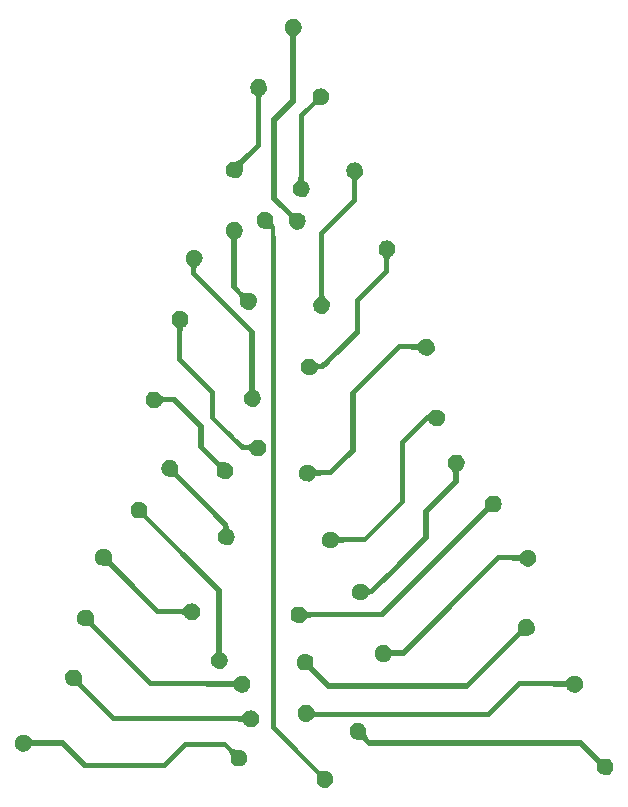
<source format=gbr>
%TF.GenerationSoftware,KiCad,Pcbnew,(6.0.7)*%
%TF.CreationDate,2022-10-20T10:19:37-04:00*%
%TF.ProjectId,SpiritBall,53706972-6974-4426-916c-6c2e6b696361,rev?*%
%TF.SameCoordinates,Original*%
%TF.FileFunction,Legend,Bot*%
%TF.FilePolarity,Positive*%
%FSLAX46Y46*%
G04 Gerber Fmt 4.6, Leading zero omitted, Abs format (unit mm)*
G04 Created by KiCad (PCBNEW (6.0.7)) date 2022-10-20 10:19:37*
%MOMM*%
%LPD*%
G01*
G04 APERTURE LIST*
%ADD10C,0.990600*%
%ADD11C,2.374900*%
%ADD12R,1.000000X1.000000*%
%ADD13O,1.000000X1.000000*%
G04 APERTURE END LIST*
%TO.C,G\u002A\u002A\u002A*%
G36*
X92447342Y-104025129D02*
G01*
X92610442Y-104079391D01*
X92757018Y-104198389D01*
X92785602Y-104227708D01*
X92884718Y-104360148D01*
X92930911Y-104515650D01*
X92942605Y-104748864D01*
X92943344Y-105114485D01*
X96092605Y-108264270D01*
X99241867Y-111414054D01*
X99241867Y-114097127D01*
X99242212Y-114595954D01*
X99244056Y-115195872D01*
X99247807Y-115680847D01*
X99253821Y-116061651D01*
X99262452Y-116349059D01*
X99274055Y-116553844D01*
X99288985Y-116686780D01*
X99307597Y-116758641D01*
X99330246Y-116780200D01*
X99339493Y-116780995D01*
X99448205Y-116836374D01*
X99580246Y-116952238D01*
X99714891Y-117177903D01*
X99754772Y-117449987D01*
X99700718Y-117723170D01*
X99560494Y-117959391D01*
X99341867Y-118120588D01*
X99255112Y-118148230D01*
X98994964Y-118156896D01*
X98727869Y-118086729D01*
X98515028Y-117950331D01*
X98415357Y-117829532D01*
X98356987Y-117671548D01*
X98341867Y-117439883D01*
X98342360Y-117377420D01*
X98361170Y-117182486D01*
X98425133Y-117046182D01*
X98558533Y-116909005D01*
X98775200Y-116715413D01*
X98775200Y-111546323D01*
X95709001Y-108480667D01*
X92642801Y-105415011D01*
X92277189Y-105414272D01*
X92220303Y-105413786D01*
X92007503Y-105396511D01*
X91861193Y-105340953D01*
X91726722Y-105228685D01*
X91618216Y-105099465D01*
X91557304Y-104941597D01*
X91541867Y-104713534D01*
X91553461Y-104508071D01*
X91607721Y-104344962D01*
X91726715Y-104198382D01*
X91855927Y-104089887D01*
X92013800Y-104028972D01*
X92241867Y-104013534D01*
X92447342Y-104025129D01*
G37*
G36*
X97113996Y-82691794D02*
G01*
X97277105Y-82746054D01*
X97423685Y-82865049D01*
X97565932Y-83088194D01*
X97620512Y-83364689D01*
X97581199Y-83642540D01*
X97446913Y-83874829D01*
X97430961Y-83891375D01*
X97298846Y-84001722D01*
X97196913Y-84046867D01*
X97184900Y-84048220D01*
X97127436Y-84127218D01*
X97108533Y-84330538D01*
X97108533Y-84614209D01*
X102041867Y-89546191D01*
X102041867Y-92063196D01*
X102041994Y-92356361D01*
X102043460Y-92968212D01*
X102046880Y-93462475D01*
X102052643Y-93850247D01*
X102061139Y-94142626D01*
X102072757Y-94350713D01*
X102087888Y-94485605D01*
X102106921Y-94558401D01*
X102130246Y-94580200D01*
X102139493Y-94580995D01*
X102248205Y-94636374D01*
X102380246Y-94752238D01*
X102514891Y-94977903D01*
X102554772Y-95249987D01*
X102500718Y-95523170D01*
X102360494Y-95759391D01*
X102141867Y-95920588D01*
X102055112Y-95948230D01*
X101794964Y-95956896D01*
X101527869Y-95886729D01*
X101315028Y-95750331D01*
X101215357Y-95629532D01*
X101156987Y-95471548D01*
X101141867Y-95239883D01*
X101142360Y-95177420D01*
X101161170Y-94982486D01*
X101225133Y-94846182D01*
X101358533Y-94709005D01*
X101575200Y-94515413D01*
X101575200Y-89679524D01*
X99108533Y-87213534D01*
X96641867Y-84747543D01*
X96641867Y-84429598D01*
X96641841Y-84415996D01*
X96626109Y-84206403D01*
X96562906Y-84061698D01*
X96425200Y-83918062D01*
X96385359Y-83881696D01*
X96270933Y-83750175D01*
X96220086Y-83605171D01*
X96208533Y-83387184D01*
X96221334Y-83167894D01*
X96275904Y-83008806D01*
X96393382Y-82865049D01*
X96522594Y-82756553D01*
X96680466Y-82695638D01*
X96908534Y-82680200D01*
X97113996Y-82691794D01*
G37*
G36*
X89447114Y-108025097D02*
G01*
X89610305Y-108079302D01*
X89756830Y-108198193D01*
X89864035Y-108326044D01*
X89927342Y-108486937D01*
X89946365Y-108719132D01*
X89951240Y-109055410D01*
X91946137Y-111051138D01*
X93941033Y-113046867D01*
X95977080Y-113046867D01*
X96170671Y-112830200D01*
X96207038Y-112790359D01*
X96338559Y-112675933D01*
X96483562Y-112625086D01*
X96701550Y-112613534D01*
X96920840Y-112626334D01*
X97079928Y-112680904D01*
X97223685Y-112798382D01*
X97328167Y-112921535D01*
X97392201Y-113080414D01*
X97408533Y-113308049D01*
X97375323Y-113574875D01*
X97243293Y-113822426D01*
X97008533Y-113987255D01*
X96937707Y-114010907D01*
X96713786Y-114025008D01*
X96475274Y-113976422D01*
X96259138Y-113879887D01*
X96102346Y-113750138D01*
X96041867Y-113601913D01*
X96035986Y-113584559D01*
X95980903Y-113555775D01*
X95855024Y-113535487D01*
X95642727Y-113522487D01*
X95328391Y-113515571D01*
X94896393Y-113513534D01*
X93750920Y-113513534D01*
X91694710Y-111464277D01*
X89638501Y-109415020D01*
X89275039Y-109414277D01*
X89223418Y-109413863D01*
X89009086Y-109396849D01*
X88861854Y-109341328D01*
X88726722Y-109228685D01*
X88618216Y-109099465D01*
X88557304Y-108941597D01*
X88541867Y-108713534D01*
X88553461Y-108508071D01*
X88607721Y-108344962D01*
X88726715Y-108198382D01*
X88855927Y-108089887D01*
X89013800Y-108028972D01*
X89241867Y-108013534D01*
X89447114Y-108025097D01*
G37*
G36*
X110713996Y-75291794D02*
G01*
X110877105Y-75346054D01*
X111023685Y-75465049D01*
X111165932Y-75688194D01*
X111220512Y-75964689D01*
X111181199Y-76242540D01*
X111046913Y-76474829D01*
X111030961Y-76491375D01*
X110898846Y-76601722D01*
X110796913Y-76646867D01*
X110762908Y-76670975D01*
X110736786Y-76761280D01*
X110720053Y-76934642D01*
X110711154Y-77207793D01*
X110708533Y-77597462D01*
X110708533Y-78548057D01*
X109308533Y-79946867D01*
X107908533Y-81345676D01*
X107908533Y-84029605D01*
X107908880Y-84529481D01*
X107910726Y-85129341D01*
X107914479Y-85614270D01*
X107920493Y-85995040D01*
X107929125Y-86282423D01*
X107940728Y-86487192D01*
X107955657Y-86620119D01*
X107974267Y-86691975D01*
X107996913Y-86713534D01*
X108006159Y-86714329D01*
X108114872Y-86769707D01*
X108246913Y-86885571D01*
X108381557Y-87111236D01*
X108421438Y-87383321D01*
X108367384Y-87656503D01*
X108227161Y-87892724D01*
X108008533Y-88053921D01*
X107921778Y-88081563D01*
X107661631Y-88090229D01*
X107394536Y-88020062D01*
X107181695Y-87883664D01*
X107082024Y-87762866D01*
X107023654Y-87604882D01*
X107008533Y-87373216D01*
X107009027Y-87310754D01*
X107027837Y-87115820D01*
X107091800Y-86979515D01*
X107225200Y-86842338D01*
X107441867Y-86648746D01*
X107441867Y-81212343D01*
X108841867Y-79813534D01*
X110241867Y-78414724D01*
X110241867Y-76711654D01*
X110025200Y-76518062D01*
X109985359Y-76481696D01*
X109870933Y-76350175D01*
X109820086Y-76205171D01*
X109808533Y-75987184D01*
X109821334Y-75767894D01*
X109875904Y-75608806D01*
X109993382Y-75465049D01*
X110122594Y-75356553D01*
X110280466Y-75295638D01*
X110508533Y-75280200D01*
X110713996Y-75291794D01*
G37*
G36*
X119313996Y-100025127D02*
G01*
X119477105Y-100079388D01*
X119623685Y-100198382D01*
X119765932Y-100421527D01*
X119820512Y-100698023D01*
X119781199Y-100975873D01*
X119646913Y-101208163D01*
X119630961Y-101224708D01*
X119498846Y-101335055D01*
X119396913Y-101380200D01*
X119384589Y-101381861D01*
X119340059Y-101439347D01*
X119315846Y-101592432D01*
X119308533Y-101859641D01*
X119308533Y-102339081D01*
X118041867Y-103611820D01*
X116775200Y-104884559D01*
X116775200Y-107079515D01*
X114392214Y-109463191D01*
X113857741Y-109996856D01*
X113390388Y-110460973D01*
X113001289Y-110843860D01*
X112682786Y-111152626D01*
X112427223Y-111394381D01*
X112226945Y-111576237D01*
X112074294Y-111705303D01*
X111961615Y-111788690D01*
X111881251Y-111833508D01*
X111825547Y-111846867D01*
X111700496Y-111868238D01*
X111641867Y-111935246D01*
X111625608Y-111989568D01*
X111530916Y-112117704D01*
X111388687Y-112247702D01*
X111241867Y-112336483D01*
X111144123Y-112361197D01*
X110898623Y-112353380D01*
X110645992Y-112278232D01*
X110448361Y-112150331D01*
X110353476Y-112036956D01*
X110291402Y-111877963D01*
X110275200Y-111646867D01*
X110286794Y-111441405D01*
X110341054Y-111278296D01*
X110460049Y-111131715D01*
X110596571Y-111018550D01*
X110753423Y-110961269D01*
X110982184Y-110946867D01*
X111044647Y-110947360D01*
X111239581Y-110966170D01*
X111375885Y-111030133D01*
X111513062Y-111163534D01*
X111564457Y-111218027D01*
X111697631Y-111333994D01*
X111790559Y-111380200D01*
X111848173Y-111338745D01*
X111991288Y-111211547D01*
X112209546Y-111007750D01*
X112493334Y-110736616D01*
X112833037Y-110407404D01*
X113219042Y-110029375D01*
X113641734Y-109611789D01*
X114091499Y-109163907D01*
X116308533Y-106947613D01*
X116308533Y-104687986D01*
X118841867Y-102142508D01*
X118841867Y-101793748D01*
X118840908Y-101704792D01*
X118820591Y-101517280D01*
X118756313Y-101385234D01*
X118625200Y-101251396D01*
X118585359Y-101215029D01*
X118470933Y-101083508D01*
X118420086Y-100938505D01*
X118408533Y-100720517D01*
X118421334Y-100501227D01*
X118475904Y-100342139D01*
X118593382Y-100198382D01*
X118722594Y-100089887D01*
X118880466Y-100028972D01*
X119108533Y-100013534D01*
X119313996Y-100025127D01*
G37*
G36*
X82511313Y-123747360D02*
G01*
X82706247Y-123766170D01*
X82842552Y-123830133D01*
X82979729Y-123963534D01*
X83173321Y-124180200D01*
X85789610Y-124180200D01*
X86788758Y-125146867D01*
X87787905Y-126113534D01*
X94269302Y-126113534D01*
X96085882Y-124313534D01*
X99604341Y-124313534D01*
X99957991Y-124662790D01*
X100056951Y-124759634D01*
X100215294Y-124900779D01*
X100343118Y-124976355D01*
X100482429Y-125006859D01*
X100675232Y-125012790D01*
X100727172Y-125013208D01*
X100941411Y-125030239D01*
X101088587Y-125085762D01*
X101223678Y-125198382D01*
X101332184Y-125327602D01*
X101393097Y-125485470D01*
X101408533Y-125713534D01*
X101396940Y-125918996D01*
X101342679Y-126082105D01*
X101223685Y-126228685D01*
X101094473Y-126337180D01*
X100936601Y-126398095D01*
X100708533Y-126413534D01*
X100503059Y-126401938D01*
X100339958Y-126347676D01*
X100193382Y-126228678D01*
X100168183Y-126202916D01*
X100067015Y-126069412D01*
X100019779Y-125913858D01*
X100007789Y-125681128D01*
X100004562Y-125533131D01*
X99976288Y-125360712D01*
X99897812Y-125219319D01*
X99744259Y-125049316D01*
X99481474Y-124780200D01*
X96281098Y-124780200D01*
X94464518Y-126580200D01*
X87618538Y-126580200D01*
X86644098Y-125613534D01*
X85669658Y-124646867D01*
X84389096Y-124646867D01*
X83995277Y-124648087D01*
X83636196Y-124653308D01*
X83382926Y-124663603D01*
X83220522Y-124680004D01*
X83134040Y-124703541D01*
X83108533Y-124735246D01*
X83107738Y-124744493D01*
X83052360Y-124853205D01*
X82936496Y-124985246D01*
X82711230Y-125117178D01*
X82433989Y-125159021D01*
X82156845Y-125106941D01*
X81926715Y-124962018D01*
X81818220Y-124832807D01*
X81757305Y-124674934D01*
X81741867Y-124446867D01*
X81753461Y-124241405D01*
X81807721Y-124078296D01*
X81926715Y-123931715D01*
X82063238Y-123818550D01*
X82220090Y-123761269D01*
X82448851Y-123746867D01*
X82511313Y-123747360D01*
G37*
G36*
X125387507Y-108093001D02*
G01*
X125546594Y-108147570D01*
X125690352Y-108265049D01*
X125798847Y-108394260D01*
X125859762Y-108552133D01*
X125875200Y-108780200D01*
X125863606Y-108985662D01*
X125809346Y-109148771D01*
X125690352Y-109295352D01*
X125467207Y-109437599D01*
X125190711Y-109492179D01*
X124912861Y-109452865D01*
X124680571Y-109318579D01*
X124664026Y-109302627D01*
X124553679Y-109170513D01*
X124508533Y-109068579D01*
X124494214Y-109040604D01*
X124417414Y-109011594D01*
X124258875Y-108993004D01*
X124001431Y-108983114D01*
X123627922Y-108980200D01*
X122747310Y-108980200D01*
X118705798Y-113013534D01*
X114664287Y-117046867D01*
X114119743Y-117046867D01*
X113961682Y-117048279D01*
X113734426Y-117060790D01*
X113611870Y-117088761D01*
X113575200Y-117135246D01*
X113558941Y-117189568D01*
X113464250Y-117317704D01*
X113322021Y-117447702D01*
X113175200Y-117536483D01*
X113077456Y-117561197D01*
X112831956Y-117553380D01*
X112579325Y-117478232D01*
X112381695Y-117350331D01*
X112286809Y-117236956D01*
X112224736Y-117077963D01*
X112208533Y-116846867D01*
X112220127Y-116641405D01*
X112274388Y-116478296D01*
X112393382Y-116331715D01*
X112529905Y-116218550D01*
X112686756Y-116161269D01*
X112915517Y-116146867D01*
X112977980Y-116147360D01*
X113172914Y-116166170D01*
X113309219Y-116230133D01*
X113446396Y-116363534D01*
X113555289Y-116475334D01*
X113667931Y-116544887D01*
X113818599Y-116574195D01*
X114054872Y-116580200D01*
X114469757Y-116580200D01*
X118511269Y-112546867D01*
X122552780Y-108513534D01*
X124443746Y-108513534D01*
X124637338Y-108296867D01*
X124673705Y-108257025D01*
X124805226Y-108142600D01*
X124950229Y-108091753D01*
X125168216Y-108080200D01*
X125387507Y-108093001D01*
G37*
G36*
X86914008Y-118225129D02*
G01*
X87077109Y-118279391D01*
X87223685Y-118398389D01*
X87251891Y-118427310D01*
X87351236Y-118559868D01*
X87397546Y-118715375D01*
X87409273Y-118948533D01*
X87410012Y-119313822D01*
X88808678Y-120713678D01*
X90207343Y-122113534D01*
X100977080Y-122113534D01*
X101170671Y-121896867D01*
X101207038Y-121857025D01*
X101338559Y-121742600D01*
X101483562Y-121691753D01*
X101701550Y-121680200D01*
X101920840Y-121693001D01*
X102079928Y-121747570D01*
X102223685Y-121865049D01*
X102328167Y-121988202D01*
X102392201Y-122147081D01*
X102408533Y-122374716D01*
X102375323Y-122641542D01*
X102243293Y-122889093D01*
X102008533Y-123053921D01*
X101937707Y-123077574D01*
X101713786Y-123091675D01*
X101475274Y-123043089D01*
X101259138Y-122946553D01*
X101102346Y-122816805D01*
X101041867Y-122668579D01*
X101034694Y-122658397D01*
X100988783Y-122643418D01*
X100893784Y-122630389D01*
X100742039Y-122619186D01*
X100525888Y-122609687D01*
X100237674Y-122601768D01*
X99869738Y-122595305D01*
X99414421Y-122590175D01*
X98864065Y-122586255D01*
X98211011Y-122583421D01*
X97447601Y-122581549D01*
X96566176Y-122580517D01*
X95559077Y-122580200D01*
X90076288Y-122580200D01*
X88592594Y-121097606D01*
X87108901Y-119615012D01*
X86743572Y-119614273D01*
X86687376Y-119613797D01*
X86474377Y-119596556D01*
X86327946Y-119541002D01*
X86193389Y-119428685D01*
X86084883Y-119299465D01*
X86023970Y-119141597D01*
X86008533Y-118913534D01*
X86020127Y-118708071D01*
X86074388Y-118544962D01*
X86193382Y-118398382D01*
X86322594Y-118289887D01*
X86480466Y-118228972D01*
X86708533Y-118213534D01*
X86914008Y-118225129D01*
G37*
G36*
X103114008Y-79491795D02*
G01*
X103277109Y-79546058D01*
X103423685Y-79665055D01*
X103457386Y-79699800D01*
X103553396Y-79830666D01*
X103598013Y-79986144D01*
X103609262Y-80220152D01*
X103617878Y-80427750D01*
X103653847Y-80577726D01*
X103725929Y-80655277D01*
X103727722Y-80656384D01*
X103738538Y-80668799D01*
X103748651Y-80693761D01*
X103758084Y-80735585D01*
X103766860Y-80798584D01*
X103775003Y-80887072D01*
X103782537Y-81005363D01*
X103789486Y-81157770D01*
X103795872Y-81348608D01*
X103801719Y-81582190D01*
X103807052Y-81862829D01*
X103811893Y-82194841D01*
X103816266Y-82582537D01*
X103820195Y-83030233D01*
X103823703Y-83542242D01*
X103826814Y-84122878D01*
X103829552Y-84776454D01*
X103831939Y-85507284D01*
X103834000Y-86319683D01*
X103835758Y-87217963D01*
X103837237Y-88206439D01*
X103838460Y-89289424D01*
X103839451Y-90471233D01*
X103840234Y-91756178D01*
X103840831Y-93148574D01*
X103841267Y-94652735D01*
X103841565Y-96272974D01*
X103841748Y-98013604D01*
X103841841Y-99878941D01*
X103841867Y-101873297D01*
X103841867Y-123026435D01*
X105701971Y-124923635D01*
X107562074Y-126820836D01*
X107933659Y-126817185D01*
X108018019Y-126817143D01*
X108219873Y-126833388D01*
X108359460Y-126888001D01*
X108490222Y-126998382D01*
X108594912Y-127121714D01*
X108658889Y-127280497D01*
X108675200Y-127508049D01*
X108641989Y-127774875D01*
X108509960Y-128022426D01*
X108275200Y-128187255D01*
X108188527Y-128214884D01*
X107928336Y-128223586D01*
X107661219Y-128153378D01*
X107448361Y-128016868D01*
X107411270Y-127978175D01*
X107325445Y-127854203D01*
X107286551Y-127699618D01*
X107279012Y-127463529D01*
X107282824Y-127083479D01*
X105362449Y-125141929D01*
X103442075Y-123200378D01*
X103408533Y-80880200D01*
X102993451Y-80880200D01*
X102827930Y-80877559D01*
X102644160Y-80855991D01*
X102515292Y-80800172D01*
X102393451Y-80695352D01*
X102284848Y-80566050D01*
X102223961Y-80408226D01*
X102208533Y-80180200D01*
X102220127Y-79974738D01*
X102274388Y-79811629D01*
X102393382Y-79665049D01*
X102522594Y-79556553D01*
X102680466Y-79495638D01*
X102908534Y-79480200D01*
X103114008Y-79491795D01*
G37*
G36*
X113447329Y-81891794D02*
G01*
X113610438Y-81946054D01*
X113757018Y-82065049D01*
X113899265Y-82288194D01*
X113953845Y-82564689D01*
X113914532Y-82842540D01*
X113780246Y-83074829D01*
X113764294Y-83091375D01*
X113632179Y-83201722D01*
X113530246Y-83246867D01*
X113490101Y-83274938D01*
X113461625Y-83380290D01*
X113446387Y-83581645D01*
X113441867Y-83897543D01*
X113441867Y-84548218D01*
X112208533Y-85780200D01*
X110975200Y-87012182D01*
X110975200Y-89679158D01*
X109425732Y-91229679D01*
X109062731Y-91592699D01*
X108710499Y-91943326D01*
X108431709Y-92217102D01*
X108215121Y-92423532D01*
X108049495Y-92572123D01*
X107923592Y-92672380D01*
X107826170Y-92733811D01*
X107745991Y-92765920D01*
X107671814Y-92778214D01*
X107592399Y-92780200D01*
X107553520Y-92780628D01*
X107369163Y-92805256D01*
X107308533Y-92868579D01*
X107292275Y-92922901D01*
X107197583Y-93051037D01*
X107055354Y-93181035D01*
X106908533Y-93269817D01*
X106810789Y-93294530D01*
X106565290Y-93286713D01*
X106312659Y-93211566D01*
X106115028Y-93083664D01*
X106020143Y-92970289D01*
X105958069Y-92811296D01*
X105941867Y-92580200D01*
X105953461Y-92374738D01*
X106007721Y-92211629D01*
X106126715Y-92065049D01*
X106263238Y-91951883D01*
X106420090Y-91894602D01*
X106648851Y-91880200D01*
X106711313Y-91880694D01*
X106906247Y-91899504D01*
X107042552Y-91963467D01*
X107179729Y-92096867D01*
X107260499Y-92184170D01*
X107355267Y-92266714D01*
X107451091Y-92310015D01*
X107559555Y-92307125D01*
X107692246Y-92251099D01*
X107860750Y-92134990D01*
X108076654Y-91951852D01*
X108351542Y-91694738D01*
X108697002Y-91356701D01*
X109124619Y-90930795D01*
X110508533Y-89548057D01*
X110508533Y-86878849D01*
X111741867Y-85646867D01*
X112975200Y-84414885D01*
X112975200Y-83863270D01*
X112973683Y-83626903D01*
X112961908Y-83437220D01*
X112929220Y-83313591D01*
X112864977Y-83219408D01*
X112758533Y-83118062D01*
X112718692Y-83081696D01*
X112604266Y-82950175D01*
X112553419Y-82805171D01*
X112541867Y-82587184D01*
X112554668Y-82367894D01*
X112609237Y-82208806D01*
X112726715Y-82065049D01*
X112855927Y-81956553D01*
X113013800Y-81895638D01*
X113241867Y-81880200D01*
X113447329Y-81891794D01*
G37*
G36*
X125247329Y-113958461D02*
G01*
X125410438Y-114012721D01*
X125557018Y-114131715D01*
X125665514Y-114260927D01*
X125726429Y-114418800D01*
X125741867Y-114646867D01*
X125730199Y-114852900D01*
X125675847Y-115015626D01*
X125556724Y-115162018D01*
X125489717Y-115224960D01*
X125368444Y-115302648D01*
X125215416Y-115335714D01*
X124980187Y-115339706D01*
X124588794Y-115332544D01*
X122332365Y-117589706D01*
X120075936Y-119846867D01*
X108210536Y-119846867D01*
X106649156Y-118289555D01*
X106313505Y-118284689D01*
X106108609Y-118270490D01*
X105941174Y-118214506D01*
X105793193Y-118095163D01*
X105684913Y-117966198D01*
X105623982Y-117808311D01*
X105608533Y-117580200D01*
X105620127Y-117374738D01*
X105674388Y-117211629D01*
X105793382Y-117065049D01*
X105922594Y-116956553D01*
X106080466Y-116895638D01*
X106308533Y-116880200D01*
X106514008Y-116891795D01*
X106677109Y-116946058D01*
X106823685Y-117065055D01*
X106851208Y-117093257D01*
X106950968Y-117226029D01*
X106997487Y-117381545D01*
X107009274Y-117614603D01*
X107010015Y-117979296D01*
X108406151Y-119380200D01*
X119942624Y-119380200D01*
X122137559Y-117184510D01*
X124332493Y-114988819D01*
X124337368Y-114652503D01*
X124351702Y-114446247D01*
X124407712Y-114279223D01*
X124526904Y-114131527D01*
X124655869Y-114023246D01*
X124813756Y-113962316D01*
X125041867Y-113946867D01*
X125247329Y-113958461D01*
G37*
G36*
X116787507Y-90226334D02*
G01*
X116946594Y-90280904D01*
X117090352Y-90398382D01*
X117198847Y-90527594D01*
X117259762Y-90685466D01*
X117275200Y-90913534D01*
X117263606Y-91118996D01*
X117209346Y-91282105D01*
X117090352Y-91428685D01*
X116867207Y-91570932D01*
X116590711Y-91625512D01*
X116312861Y-91586199D01*
X116080571Y-91451913D01*
X116064026Y-91435961D01*
X115953679Y-91303846D01*
X115908533Y-91201913D01*
X115904018Y-91184565D01*
X115846778Y-91150482D01*
X115709671Y-91128619D01*
X115474924Y-91116971D01*
X115124762Y-91113534D01*
X114340990Y-91113534D01*
X110575200Y-94881062D01*
X110575200Y-99752456D01*
X109553685Y-100766328D01*
X108532169Y-101780200D01*
X107853685Y-101780200D01*
X107843830Y-101780203D01*
X107523707Y-101784676D01*
X107317827Y-101799299D01*
X107207790Y-101826468D01*
X107175200Y-101868579D01*
X107158941Y-101922901D01*
X107064250Y-102051037D01*
X106922021Y-102181035D01*
X106775200Y-102269817D01*
X106677456Y-102294530D01*
X106431956Y-102286713D01*
X106179325Y-102211566D01*
X105981695Y-102083664D01*
X105886809Y-101970289D01*
X105824736Y-101811296D01*
X105808533Y-101580200D01*
X105820127Y-101374738D01*
X105874388Y-101211629D01*
X105993382Y-101065049D01*
X106129905Y-100951883D01*
X106286756Y-100894602D01*
X106515517Y-100880200D01*
X106577980Y-100880694D01*
X106772914Y-100899504D01*
X106909219Y-100963467D01*
X107046396Y-101096867D01*
X107131973Y-101188423D01*
X107224939Y-101259197D01*
X107341140Y-101296512D01*
X107517272Y-101311060D01*
X107790033Y-101313534D01*
X108340079Y-101313534D01*
X109224306Y-100431126D01*
X110108533Y-99548719D01*
X110108533Y-94747661D01*
X114207727Y-90646867D01*
X115843746Y-90646867D01*
X116037338Y-90430200D01*
X116073705Y-90390359D01*
X116205226Y-90275933D01*
X116350229Y-90225086D01*
X116568216Y-90213534D01*
X116787507Y-90226334D01*
G37*
G36*
X87914008Y-113158462D02*
G01*
X88077109Y-113212725D01*
X88223685Y-113331722D01*
X88252184Y-113360952D01*
X88351352Y-113493419D01*
X88397571Y-113648922D01*
X88409272Y-113882123D01*
X88410011Y-114247669D01*
X90875601Y-116713935D01*
X93341191Y-119180200D01*
X100243746Y-119180200D01*
X100437338Y-118963534D01*
X100473705Y-118923692D01*
X100605226Y-118809266D01*
X100750229Y-118758419D01*
X100968216Y-118746867D01*
X101187507Y-118759668D01*
X101346594Y-118814237D01*
X101490352Y-118931715D01*
X101594833Y-119054868D01*
X101658867Y-119213748D01*
X101675200Y-119441383D01*
X101641989Y-119708208D01*
X101509960Y-119955760D01*
X101275200Y-120120588D01*
X101204374Y-120144241D01*
X100980453Y-120158341D01*
X100741941Y-120109756D01*
X100525804Y-120013220D01*
X100369013Y-119883471D01*
X100308533Y-119735246D01*
X100308416Y-119733572D01*
X100284367Y-119713924D01*
X100211960Y-119697343D01*
X100081753Y-119683593D01*
X99884306Y-119672439D01*
X99610177Y-119663646D01*
X99249924Y-119656979D01*
X98794107Y-119652202D01*
X98233284Y-119649081D01*
X97558013Y-119647381D01*
X96758854Y-119646867D01*
X93209175Y-119646867D01*
X90659268Y-117097606D01*
X88109362Y-114548344D01*
X87743803Y-114547606D01*
X87687045Y-114547122D01*
X87474208Y-114529853D01*
X87327876Y-114474295D01*
X87193389Y-114362018D01*
X87084883Y-114232798D01*
X87023970Y-114074930D01*
X87008533Y-113846867D01*
X87020127Y-113641405D01*
X87074388Y-113478296D01*
X87193382Y-113331715D01*
X87322594Y-113223220D01*
X87480466Y-113162305D01*
X87708533Y-113146867D01*
X87914008Y-113158462D01*
G37*
G36*
X95047342Y-100491795D02*
G01*
X95210442Y-100546058D01*
X95357018Y-100665055D01*
X95385465Y-100694229D01*
X95484664Y-100826712D01*
X95530899Y-100982216D01*
X95542606Y-101215410D01*
X95543345Y-101580909D01*
X97692606Y-103730933D01*
X97933548Y-103972092D01*
X98403646Y-104443864D01*
X98790448Y-104834640D01*
X99101916Y-105153189D01*
X99346015Y-105408280D01*
X99530710Y-105608682D01*
X99663964Y-105763162D01*
X99753743Y-105880490D01*
X99808010Y-105969435D01*
X99834730Y-106038763D01*
X99841867Y-106097246D01*
X99864072Y-106252887D01*
X99930246Y-106313534D01*
X99939493Y-106314329D01*
X100048205Y-106369707D01*
X100180246Y-106485571D01*
X100314891Y-106711236D01*
X100354772Y-106983321D01*
X100300718Y-107256503D01*
X100160494Y-107492724D01*
X99941867Y-107653921D01*
X99855112Y-107681563D01*
X99594964Y-107690229D01*
X99327869Y-107620062D01*
X99115028Y-107483664D01*
X99015357Y-107362866D01*
X98956987Y-107204882D01*
X98941867Y-106973216D01*
X98942360Y-106910754D01*
X98961170Y-106715820D01*
X99025133Y-106579515D01*
X99158533Y-106442338D01*
X99210638Y-106392311D01*
X99328250Y-106245833D01*
X99375200Y-106130737D01*
X99359093Y-106099578D01*
X99261546Y-105977904D01*
X99083571Y-105778111D01*
X98834355Y-105509909D01*
X98523089Y-105183007D01*
X98158960Y-104807115D01*
X97751157Y-104391944D01*
X97308869Y-103947203D01*
X95242539Y-101881678D01*
X94877058Y-101880939D01*
X94820491Y-101880458D01*
X94607599Y-101863198D01*
X94461233Y-101807642D01*
X94326722Y-101695352D01*
X94218216Y-101566131D01*
X94157304Y-101408264D01*
X94141867Y-101180200D01*
X94153461Y-100974738D01*
X94207721Y-100811629D01*
X94326715Y-100665049D01*
X94455927Y-100556553D01*
X94613800Y-100495638D01*
X94841867Y-100480200D01*
X95047342Y-100491795D01*
G37*
G36*
X105513996Y-63158461D02*
G01*
X105677105Y-63212721D01*
X105823685Y-63331715D01*
X105965932Y-63554860D01*
X106020512Y-63831356D01*
X105981199Y-64109206D01*
X105846913Y-64341496D01*
X105830961Y-64358041D01*
X105698846Y-64468388D01*
X105596913Y-64513534D01*
X105576123Y-64532058D01*
X105557585Y-64599583D01*
X105542589Y-64726727D01*
X105530807Y-64924018D01*
X105521908Y-65201987D01*
X105515561Y-65571164D01*
X105511437Y-66042079D01*
X105509204Y-66625262D01*
X105508533Y-67331242D01*
X105508533Y-70148951D01*
X103908533Y-71744783D01*
X103908533Y-78216035D01*
X105242891Y-79545385D01*
X105607524Y-79546126D01*
X105662020Y-79546578D01*
X105875514Y-79563736D01*
X106022241Y-79619277D01*
X106157012Y-79731715D01*
X106261504Y-79854877D01*
X106325535Y-80013752D01*
X106341867Y-80241383D01*
X106308656Y-80508208D01*
X106176627Y-80755760D01*
X105941867Y-80920588D01*
X105855116Y-80948229D01*
X105594966Y-80956897D01*
X105327870Y-80886728D01*
X105115028Y-80750325D01*
X105100512Y-80735581D01*
X105000899Y-80604669D01*
X104953501Y-80447990D01*
X104941126Y-80212360D01*
X104940386Y-79847563D01*
X104191126Y-79096172D01*
X103441867Y-78344781D01*
X103441867Y-71544783D01*
X105041867Y-69948951D01*
X105041867Y-64578321D01*
X104825200Y-64384729D01*
X104785359Y-64348362D01*
X104670933Y-64216841D01*
X104620086Y-64071838D01*
X104608533Y-63853851D01*
X104621334Y-63634560D01*
X104675904Y-63475473D01*
X104793382Y-63331715D01*
X104922594Y-63223220D01*
X105080466Y-63162305D01*
X105308533Y-63146867D01*
X105513996Y-63158461D01*
G37*
G36*
X100513996Y-80358461D02*
G01*
X100677105Y-80412721D01*
X100823685Y-80531715D01*
X100965932Y-80754860D01*
X101020512Y-81031356D01*
X100981199Y-81309206D01*
X100846913Y-81541496D01*
X100830961Y-81558041D01*
X100698846Y-81668388D01*
X100596913Y-81713534D01*
X100583637Y-81718693D01*
X100560488Y-81766079D01*
X100542374Y-81873128D01*
X100528759Y-82052116D01*
X100519104Y-82315320D01*
X100512873Y-82675015D01*
X100509529Y-83143478D01*
X100508533Y-83732986D01*
X100508533Y-85752439D01*
X100810614Y-86048909D01*
X100983675Y-86210296D01*
X101120423Y-86300601D01*
X101267448Y-86338279D01*
X101475759Y-86346123D01*
X101526399Y-86346523D01*
X101741018Y-86363489D01*
X101888423Y-86419002D01*
X102023678Y-86531715D01*
X102128171Y-86654877D01*
X102192202Y-86813752D01*
X102208533Y-87041383D01*
X102175323Y-87308208D01*
X102043293Y-87555760D01*
X101808533Y-87720588D01*
X101721782Y-87748229D01*
X101461633Y-87756897D01*
X101194537Y-87686728D01*
X100981695Y-87550325D01*
X100968356Y-87536795D01*
X100868036Y-87405543D01*
X100820272Y-87248846D01*
X100807791Y-87013370D01*
X100805189Y-86866243D01*
X100784906Y-86722584D01*
X100727620Y-86599462D01*
X100613935Y-86458909D01*
X100424458Y-86262959D01*
X100041867Y-85876334D01*
X100041867Y-81778321D01*
X99825200Y-81584729D01*
X99785359Y-81548362D01*
X99670933Y-81416841D01*
X99620086Y-81271838D01*
X99608533Y-81053851D01*
X99621334Y-80834560D01*
X99675904Y-80675473D01*
X99793382Y-80531715D01*
X99922594Y-80423220D01*
X100080466Y-80362305D01*
X100308533Y-80346867D01*
X100513996Y-80358461D01*
G37*
G36*
X117654173Y-96226334D02*
G01*
X117813261Y-96280904D01*
X117957018Y-96398382D01*
X118065514Y-96527594D01*
X118126429Y-96685466D01*
X118141867Y-96913534D01*
X118130273Y-97118996D01*
X118076013Y-97282105D01*
X117957018Y-97428685D01*
X117733873Y-97570932D01*
X117457378Y-97625512D01*
X117179527Y-97586199D01*
X116947238Y-97451913D01*
X116930692Y-97435961D01*
X116820345Y-97303846D01*
X116775200Y-97201913D01*
X116771160Y-97166923D01*
X116726034Y-97113534D01*
X116721027Y-97115426D01*
X116643960Y-97177760D01*
X116490999Y-97317819D01*
X116277073Y-97521436D01*
X116017109Y-97774443D01*
X115726034Y-98062671D01*
X114775200Y-99011809D01*
X114775200Y-104081181D01*
X111407572Y-107446867D01*
X110258053Y-107446867D01*
X110027972Y-107447340D01*
X109655373Y-107451623D01*
X109392731Y-107461356D01*
X109224443Y-107477737D01*
X109134911Y-107501968D01*
X109108533Y-107535246D01*
X109092275Y-107589568D01*
X108997583Y-107717704D01*
X108855354Y-107847702D01*
X108708533Y-107936483D01*
X108610789Y-107961197D01*
X108365290Y-107953380D01*
X108112659Y-107878232D01*
X107915028Y-107750331D01*
X107820143Y-107636956D01*
X107758069Y-107477963D01*
X107741867Y-107246867D01*
X107753461Y-107041405D01*
X107807721Y-106878296D01*
X107926715Y-106731715D01*
X108063238Y-106618550D01*
X108220090Y-106561269D01*
X108448851Y-106546867D01*
X108511313Y-106547360D01*
X108706247Y-106566170D01*
X108842552Y-106630133D01*
X108979729Y-106763534D01*
X109173321Y-106980200D01*
X111274136Y-106980200D01*
X112791335Y-105464077D01*
X114308533Y-103947954D01*
X114308533Y-98881630D01*
X115424465Y-97764248D01*
X115627474Y-97562377D01*
X115929138Y-97267837D01*
X116193887Y-97015874D01*
X116407597Y-96819631D01*
X116556144Y-96692248D01*
X116625404Y-96646867D01*
X116652977Y-96639902D01*
X116766685Y-96563587D01*
X116904005Y-96430200D01*
X116940371Y-96390359D01*
X117071892Y-96275933D01*
X117216896Y-96225086D01*
X117434883Y-96213534D01*
X117654173Y-96226334D01*
G37*
G36*
X93577980Y-94680694D02*
G01*
X93772914Y-94699504D01*
X93909219Y-94763467D01*
X94046396Y-94896867D01*
X94133581Y-94990007D01*
X94226320Y-95059935D01*
X94342854Y-95096772D01*
X94519696Y-95111108D01*
X94793354Y-95113534D01*
X95346720Y-95113534D01*
X96527627Y-96301070D01*
X97708533Y-97488607D01*
X97708533Y-99282582D01*
X98408986Y-99980651D01*
X99109438Y-100678719D01*
X99474131Y-100679460D01*
X99528774Y-100679914D01*
X99742224Y-100697079D01*
X99888926Y-100752621D01*
X100023678Y-100865049D01*
X100128171Y-100988211D01*
X100192202Y-101147085D01*
X100208533Y-101374716D01*
X100175323Y-101641542D01*
X100043293Y-101889093D01*
X99808533Y-102053921D01*
X99721782Y-102081562D01*
X99461633Y-102090231D01*
X99194537Y-102020062D01*
X98981695Y-101883658D01*
X98967126Y-101868860D01*
X98867545Y-101737963D01*
X98820163Y-101581285D01*
X98807793Y-101345648D01*
X98807053Y-100980805D01*
X97241867Y-99411531D01*
X97241867Y-97681716D01*
X96192648Y-96630958D01*
X95143430Y-95580200D01*
X94659315Y-95580200D01*
X94585679Y-95580566D01*
X94345257Y-95591333D01*
X94214620Y-95619541D01*
X94175200Y-95668579D01*
X94174405Y-95677826D01*
X94119027Y-95786539D01*
X94003163Y-95918579D01*
X93777897Y-96050511D01*
X93500655Y-96092354D01*
X93223512Y-96040275D01*
X92993382Y-95895352D01*
X92884887Y-95766140D01*
X92823972Y-95608267D01*
X92808533Y-95380200D01*
X92820127Y-95174738D01*
X92874388Y-95011629D01*
X92993382Y-94865049D01*
X93129905Y-94751883D01*
X93286756Y-94694602D01*
X93515517Y-94680200D01*
X93577980Y-94680694D01*
G37*
G36*
X129320840Y-118759668D02*
G01*
X129479928Y-118814237D01*
X129623685Y-118931715D01*
X129732180Y-119060927D01*
X129793095Y-119218800D01*
X129808533Y-119446867D01*
X129796940Y-119652329D01*
X129742679Y-119815438D01*
X129623685Y-119962018D01*
X129400540Y-120104265D01*
X129124044Y-120158845D01*
X128846194Y-120119532D01*
X128613904Y-119985246D01*
X128597359Y-119969294D01*
X128487012Y-119837179D01*
X128441867Y-119735246D01*
X128439230Y-119725422D01*
X128398799Y-119701191D01*
X128299866Y-119682238D01*
X128129960Y-119667998D01*
X127876613Y-119657906D01*
X127527355Y-119651396D01*
X127069715Y-119647905D01*
X126491226Y-119646867D01*
X124540585Y-119646867D01*
X121943149Y-122246867D01*
X107062532Y-122246867D01*
X106935533Y-122388069D01*
X106821845Y-122493007D01*
X106675200Y-122587255D01*
X106588445Y-122614896D01*
X106328298Y-122623563D01*
X106061202Y-122553396D01*
X105848361Y-122416998D01*
X105753476Y-122303622D01*
X105691402Y-122144630D01*
X105675200Y-121913534D01*
X105686794Y-121708071D01*
X105741054Y-121544962D01*
X105860049Y-121398382D01*
X105983202Y-121293900D01*
X106142081Y-121229866D01*
X106369716Y-121213534D01*
X106658122Y-121253018D01*
X106895461Y-121391059D01*
X107047868Y-121630200D01*
X107105233Y-121780200D01*
X121743149Y-121780200D01*
X124340585Y-119180200D01*
X128377080Y-119180200D01*
X128570671Y-118963534D01*
X128607038Y-118923692D01*
X128738559Y-118809266D01*
X128883562Y-118758419D01*
X129101550Y-118746867D01*
X129320840Y-118759668D01*
G37*
G36*
X107847329Y-69025127D02*
G01*
X108010438Y-69079388D01*
X108157018Y-69198382D01*
X108265514Y-69327594D01*
X108326429Y-69485466D01*
X108341867Y-69713534D01*
X108330256Y-69919129D01*
X108275974Y-70082149D01*
X108156950Y-70228685D01*
X108094176Y-70287811D01*
X107970483Y-70368278D01*
X107814254Y-70404875D01*
X107575360Y-70413534D01*
X107178686Y-70413534D01*
X106175200Y-71410196D01*
X106175200Y-74128532D01*
X106175603Y-74670529D01*
X106177521Y-75268059D01*
X106181337Y-75751176D01*
X106187398Y-76130589D01*
X106196054Y-76417004D01*
X106207652Y-76621132D01*
X106222540Y-76753679D01*
X106241066Y-76825355D01*
X106263579Y-76846867D01*
X106272826Y-76847662D01*
X106381539Y-76903040D01*
X106513579Y-77018904D01*
X106648224Y-77244570D01*
X106688105Y-77516654D01*
X106634051Y-77789837D01*
X106493828Y-78026057D01*
X106275200Y-78187255D01*
X106188445Y-78214896D01*
X105928298Y-78223563D01*
X105661202Y-78153396D01*
X105448361Y-78016998D01*
X105312123Y-77795672D01*
X105263884Y-77522325D01*
X105305261Y-77247053D01*
X105436821Y-77018904D01*
X105452773Y-77002359D01*
X105584888Y-76892012D01*
X105686821Y-76846867D01*
X105707614Y-76828334D01*
X105726152Y-76760797D01*
X105741146Y-76633640D01*
X105752928Y-76436335D01*
X105761826Y-76158350D01*
X105768173Y-75789156D01*
X105772297Y-75318224D01*
X105774529Y-74735024D01*
X105775200Y-74029026D01*
X105775200Y-71211184D01*
X106949204Y-70128492D01*
X106945535Y-69755990D01*
X106945508Y-69669531D01*
X106961853Y-69468259D01*
X107016481Y-69329021D01*
X107126715Y-69198511D01*
X107256097Y-69089813D01*
X107413878Y-69028951D01*
X107641867Y-69013534D01*
X107847329Y-69025127D01*
G37*
G36*
X110980675Y-122758462D02*
G01*
X111143776Y-122812725D01*
X111290352Y-122931722D01*
X111313018Y-122954839D01*
X111415720Y-123089149D01*
X111463738Y-123244760D01*
X111475950Y-123477149D01*
X111487385Y-123698105D01*
X111535844Y-123868932D01*
X111637571Y-124008960D01*
X111798442Y-124180200D01*
X129729511Y-124180200D01*
X130521858Y-124962788D01*
X131314205Y-125745375D01*
X131676514Y-125746121D01*
X131725286Y-125746498D01*
X131940453Y-125763369D01*
X132088187Y-125818869D01*
X132223678Y-125931715D01*
X132328171Y-126054877D01*
X132392202Y-126213752D01*
X132408533Y-126441383D01*
X132375323Y-126708208D01*
X132243293Y-126955760D01*
X132008533Y-127120588D01*
X131921695Y-127148242D01*
X131661604Y-127156878D01*
X131394583Y-127086770D01*
X131181883Y-126950520D01*
X131089209Y-126839901D01*
X131024079Y-126677530D01*
X131004046Y-126441990D01*
X130999182Y-126106433D01*
X130271661Y-125376650D01*
X129544141Y-124646867D01*
X111680822Y-124646867D01*
X111425561Y-124397612D01*
X111336684Y-124313535D01*
X111189239Y-124204921D01*
X111033668Y-124158024D01*
X110807606Y-124147612D01*
X110757877Y-124147223D01*
X110542991Y-124130303D01*
X110395425Y-124074797D01*
X110260055Y-123962018D01*
X110151550Y-123832798D01*
X110090637Y-123674930D01*
X110075200Y-123446867D01*
X110086794Y-123241405D01*
X110141054Y-123078296D01*
X110260049Y-122931715D01*
X110389260Y-122823220D01*
X110547133Y-122762305D01*
X110775200Y-122746867D01*
X110980675Y-122758462D01*
G37*
G36*
X95913996Y-87891794D02*
G01*
X96077105Y-87946054D01*
X96223685Y-88065049D01*
X96365932Y-88288194D01*
X96420512Y-88564689D01*
X96381199Y-88842540D01*
X96246913Y-89074829D01*
X96230961Y-89091375D01*
X96098846Y-89201722D01*
X95996913Y-89246867D01*
X95969683Y-89264624D01*
X95944921Y-89340398D01*
X95927456Y-89489702D01*
X95916256Y-89727478D01*
X95910292Y-90068667D01*
X95908533Y-90528210D01*
X95908533Y-91809553D01*
X98708533Y-94620621D01*
X98708533Y-96812181D01*
X99891172Y-97996191D01*
X99947026Y-98052096D01*
X100301576Y-98405653D01*
X100577605Y-98676649D01*
X100788338Y-98876000D01*
X100947002Y-99014625D01*
X101066819Y-99103440D01*
X101161016Y-99153363D01*
X101242816Y-99175310D01*
X101325445Y-99180200D01*
X101437358Y-99173691D01*
X101606569Y-99113156D01*
X101770671Y-98963534D01*
X101807038Y-98923692D01*
X101938559Y-98809266D01*
X102083562Y-98758419D01*
X102301550Y-98746867D01*
X102520840Y-98759668D01*
X102679928Y-98814237D01*
X102823685Y-98931715D01*
X102928167Y-99054868D01*
X102992201Y-99213748D01*
X103008533Y-99441383D01*
X102975323Y-99708208D01*
X102843293Y-99955760D01*
X102608533Y-100120588D01*
X102537707Y-100144241D01*
X102313786Y-100158341D01*
X102075274Y-100109756D01*
X101859138Y-100013220D01*
X101702346Y-99883471D01*
X101641867Y-99735246D01*
X101627037Y-99699972D01*
X101518365Y-99659558D01*
X101292462Y-99646867D01*
X100943058Y-99646867D01*
X99592462Y-98297477D01*
X98241867Y-96948087D01*
X98241867Y-94817514D01*
X95441867Y-92006446D01*
X95441867Y-89311654D01*
X95225200Y-89118062D01*
X95185359Y-89081696D01*
X95070933Y-88950175D01*
X95020086Y-88805171D01*
X95008533Y-88587184D01*
X95021334Y-88367894D01*
X95075904Y-88208806D01*
X95193382Y-88065049D01*
X95322594Y-87956553D01*
X95480466Y-87895638D01*
X95708533Y-87880200D01*
X95913996Y-87891794D01*
G37*
G36*
X122447329Y-103491794D02*
G01*
X122610438Y-103546054D01*
X122757018Y-103665049D01*
X122865514Y-103794260D01*
X122926429Y-103952133D01*
X122941867Y-104180200D01*
X122930256Y-104385795D01*
X122875974Y-104548815D01*
X122756950Y-104695352D01*
X122695346Y-104753452D01*
X122571399Y-104834548D01*
X122415261Y-104871457D01*
X122176637Y-104880200D01*
X121781241Y-104880200D01*
X112863375Y-113780200D01*
X109652621Y-113780200D01*
X109208873Y-113780378D01*
X108522522Y-113781676D01*
X107954003Y-113784464D01*
X107493412Y-113789014D01*
X107130848Y-113795598D01*
X106856410Y-113804490D01*
X106660194Y-113815961D01*
X106532300Y-113830285D01*
X106462825Y-113847733D01*
X106441867Y-113868579D01*
X106425608Y-113922901D01*
X106330916Y-114051037D01*
X106188687Y-114181035D01*
X106041867Y-114269817D01*
X105944123Y-114294530D01*
X105698623Y-114286713D01*
X105445992Y-114211566D01*
X105248361Y-114083664D01*
X105153476Y-113970289D01*
X105091402Y-113811296D01*
X105075200Y-113580200D01*
X105086794Y-113374738D01*
X105141054Y-113211629D01*
X105260049Y-113065049D01*
X105396571Y-112951883D01*
X105553423Y-112894602D01*
X105782184Y-112880200D01*
X105844647Y-112880694D01*
X106039581Y-112899504D01*
X106175885Y-112963467D01*
X106313062Y-113096867D01*
X106506654Y-113313534D01*
X112675576Y-113313534D01*
X117099094Y-108889640D01*
X121522612Y-104465747D01*
X121534969Y-104155092D01*
X121571642Y-103914301D01*
X121702511Y-103673655D01*
X121926192Y-103528694D01*
X122241867Y-103480200D01*
X122447329Y-103491794D01*
G37*
G36*
X102580662Y-68225127D02*
G01*
X102743771Y-68279388D01*
X102890352Y-68398382D01*
X103032599Y-68621527D01*
X103087179Y-68898023D01*
X103047865Y-69175873D01*
X102913579Y-69408163D01*
X102897627Y-69424708D01*
X102765513Y-69535055D01*
X102663579Y-69580200D01*
X102644724Y-69591909D01*
X102623323Y-69651856D01*
X102606567Y-69773436D01*
X102593961Y-69968597D01*
X102585014Y-70249288D01*
X102579234Y-70627457D01*
X102576126Y-71115053D01*
X102575200Y-71724022D01*
X102575200Y-73867844D01*
X101791867Y-74661009D01*
X101008533Y-75454174D01*
X101008533Y-75843447D01*
X101007125Y-75919562D01*
X100957320Y-76226348D01*
X100828137Y-76442069D01*
X100608533Y-76587255D01*
X100521778Y-76614896D01*
X100261631Y-76623563D01*
X99994536Y-76553396D01*
X99781695Y-76416998D01*
X99686809Y-76303622D01*
X99624736Y-76144630D01*
X99608533Y-75913534D01*
X99635269Y-75670599D01*
X99755491Y-75422995D01*
X99971543Y-75268035D01*
X100282513Y-75206672D01*
X100369994Y-75201688D01*
X100475975Y-75183847D01*
X100579157Y-75140792D01*
X100698865Y-75058620D01*
X100854424Y-74923427D01*
X101065158Y-74721310D01*
X101350395Y-74438363D01*
X102108533Y-73682375D01*
X102108533Y-69644987D01*
X101891867Y-69451396D01*
X101852025Y-69415029D01*
X101737600Y-69283508D01*
X101686753Y-69138505D01*
X101675200Y-68920517D01*
X101688001Y-68701227D01*
X101742570Y-68542139D01*
X101860049Y-68398382D01*
X101989260Y-68289887D01*
X102147133Y-68228972D01*
X102375200Y-68213534D01*
X102580662Y-68225127D01*
G37*
%TD*%
%LPC*%
D10*
%TO.C,J5*%
X79252283Y-114734896D03*
D11*
X75696283Y-112829896D03*
D10*
X77220283Y-114734896D03*
D11*
X80776283Y-109654896D03*
D10*
X78236283Y-109654896D03*
D11*
X75696283Y-109654896D03*
X80776283Y-112829896D03*
%TD*%
%TO.C,J2*%
X76454000Y-100330000D03*
X81534000Y-100330000D03*
D10*
X80010000Y-102235000D03*
X77978000Y-102235000D03*
D11*
X81534000Y-94615000D03*
D10*
X78994000Y-94615000D03*
D11*
X76454000Y-94615000D03*
%TD*%
D12*
%TO.C,J3*%
X84582000Y-110744000D03*
D13*
X85852000Y-110744000D03*
X84582000Y-112014000D03*
X85852000Y-112014000D03*
X84582000Y-113284000D03*
X85852000Y-113284000D03*
%TD*%
D12*
%TO.C,J4*%
X86077435Y-95634251D03*
D13*
X87347435Y-95634251D03*
X86077435Y-96904251D03*
X87347435Y-96904251D03*
X86077435Y-98174251D03*
X87347435Y-98174251D03*
X86077435Y-99444251D03*
X87347435Y-99444251D03*
X86077435Y-100714251D03*
X87347435Y-100714251D03*
%TD*%
M02*

</source>
